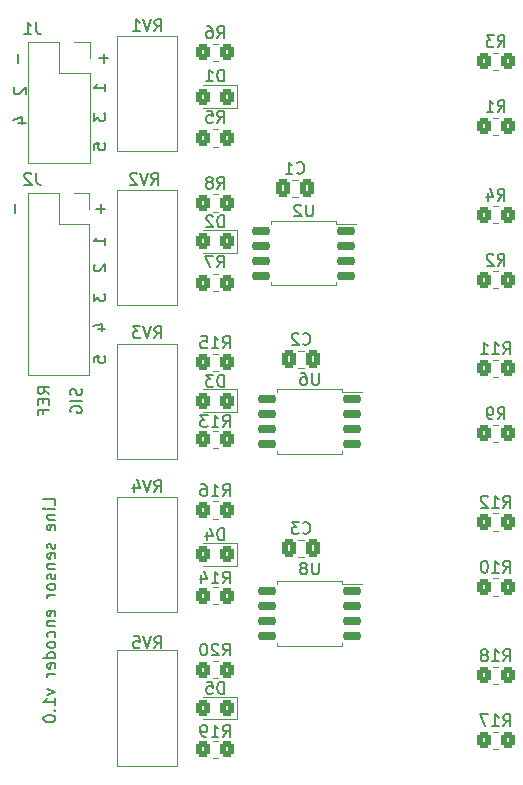
<source format=gbo>
G04 #@! TF.GenerationSoftware,KiCad,Pcbnew,(6.0.8)*
G04 #@! TF.CreationDate,2022-11-14T23:42:09+02:00*
G04 #@! TF.ProjectId,line_sensor_encoder,6c696e65-5f73-4656-9e73-6f725f656e63,rev?*
G04 #@! TF.SameCoordinates,Original*
G04 #@! TF.FileFunction,Legend,Bot*
G04 #@! TF.FilePolarity,Positive*
%FSLAX46Y46*%
G04 Gerber Fmt 4.6, Leading zero omitted, Abs format (unit mm)*
G04 Created by KiCad (PCBNEW (6.0.8)) date 2022-11-14 23:42:09*
%MOMM*%
%LPD*%
G01*
G04 APERTURE LIST*
G04 Aperture macros list*
%AMRoundRect*
0 Rectangle with rounded corners*
0 $1 Rounding radius*
0 $2 $3 $4 $5 $6 $7 $8 $9 X,Y pos of 4 corners*
0 Add a 4 corners polygon primitive as box body*
4,1,4,$2,$3,$4,$5,$6,$7,$8,$9,$2,$3,0*
0 Add four circle primitives for the rounded corners*
1,1,$1+$1,$2,$3*
1,1,$1+$1,$4,$5*
1,1,$1+$1,$6,$7*
1,1,$1+$1,$8,$9*
0 Add four rect primitives between the rounded corners*
20,1,$1+$1,$2,$3,$4,$5,0*
20,1,$1+$1,$4,$5,$6,$7,0*
20,1,$1+$1,$6,$7,$8,$9,0*
20,1,$1+$1,$8,$9,$2,$3,0*%
G04 Aperture macros list end*
%ADD10C,0.150000*%
%ADD11C,0.120000*%
%ADD12C,2.500000*%
%ADD13C,1.000000*%
%ADD14R,1.600000X1.600000*%
%ADD15C,1.600000*%
%ADD16RoundRect,0.150000X0.650000X0.150000X-0.650000X0.150000X-0.650000X-0.150000X0.650000X-0.150000X0*%
%ADD17RoundRect,0.250000X0.350000X0.450000X-0.350000X0.450000X-0.350000X-0.450000X0.350000X-0.450000X0*%
%ADD18RoundRect,0.250000X0.325000X0.450000X-0.325000X0.450000X-0.325000X-0.450000X0.325000X-0.450000X0*%
%ADD19RoundRect,0.250000X0.337500X0.475000X-0.337500X0.475000X-0.337500X-0.475000X0.337500X-0.475000X0*%
%ADD20C,1.440000*%
%ADD21C,3.200000*%
%ADD22RoundRect,0.250000X-0.350000X-0.450000X0.350000X-0.450000X0.350000X0.450000X-0.350000X0.450000X0*%
%ADD23R,1.700000X1.700000*%
%ADD24O,1.700000X1.700000*%
G04 APERTURE END LIST*
D10*
X123452380Y-112785714D02*
X123452380Y-112214285D01*
X123452380Y-112500000D02*
X122452380Y-112500000D01*
X122595238Y-112404761D01*
X122690476Y-112309523D01*
X122738095Y-112214285D01*
X122452380Y-101666666D02*
X122452380Y-102285714D01*
X122833333Y-101952380D01*
X122833333Y-102095238D01*
X122880952Y-102190476D01*
X122928571Y-102238095D01*
X123023809Y-102285714D01*
X123261904Y-102285714D01*
X123357142Y-102238095D01*
X123404761Y-102190476D01*
X123452380Y-102095238D01*
X123452380Y-101809523D01*
X123404761Y-101714285D01*
X123357142Y-101666666D01*
X121404761Y-124976190D02*
X121452380Y-125119047D01*
X121452380Y-125357142D01*
X121404761Y-125452380D01*
X121357142Y-125500000D01*
X121261904Y-125547619D01*
X121166666Y-125547619D01*
X121071428Y-125500000D01*
X121023809Y-125452380D01*
X120976190Y-125357142D01*
X120928571Y-125166666D01*
X120880952Y-125071428D01*
X120833333Y-125023809D01*
X120738095Y-124976190D01*
X120642857Y-124976190D01*
X120547619Y-125023809D01*
X120500000Y-125071428D01*
X120452380Y-125166666D01*
X120452380Y-125404761D01*
X120500000Y-125547619D01*
X121452380Y-125976190D02*
X120452380Y-125976190D01*
X120500000Y-126976190D02*
X120452380Y-126880952D01*
X120452380Y-126738095D01*
X120500000Y-126595238D01*
X120595238Y-126500000D01*
X120690476Y-126452380D01*
X120880952Y-126404761D01*
X121023809Y-126404761D01*
X121214285Y-126452380D01*
X121309523Y-126500000D01*
X121404761Y-126595238D01*
X121452380Y-126738095D01*
X121452380Y-126833333D01*
X121404761Y-126976190D01*
X121357142Y-127023809D01*
X121023809Y-127023809D01*
X121023809Y-126833333D01*
X122547619Y-114464285D02*
X122500000Y-114511904D01*
X122452380Y-114607142D01*
X122452380Y-114845238D01*
X122500000Y-114940476D01*
X122547619Y-114988095D01*
X122642857Y-115035714D01*
X122738095Y-115035714D01*
X122880952Y-114988095D01*
X123452380Y-114416666D01*
X123452380Y-115035714D01*
X116071428Y-96619047D02*
X116071428Y-97380952D01*
X122452380Y-104738095D02*
X122452380Y-104261904D01*
X122928571Y-104214285D01*
X122880952Y-104261904D01*
X122833333Y-104357142D01*
X122833333Y-104595238D01*
X122880952Y-104690476D01*
X122928571Y-104738095D01*
X123023809Y-104785714D01*
X123261904Y-104785714D01*
X123357142Y-104738095D01*
X123404761Y-104690476D01*
X123452380Y-104595238D01*
X123452380Y-104357142D01*
X123404761Y-104261904D01*
X123357142Y-104214285D01*
X123321428Y-96619047D02*
X123321428Y-97380952D01*
X123702380Y-97000000D02*
X122940476Y-97000000D01*
X122452380Y-122738095D02*
X122452380Y-122261904D01*
X122928571Y-122214285D01*
X122880952Y-122261904D01*
X122833333Y-122357142D01*
X122833333Y-122595238D01*
X122880952Y-122690476D01*
X122928571Y-122738095D01*
X123023809Y-122785714D01*
X123261904Y-122785714D01*
X123357142Y-122738095D01*
X123404761Y-122690476D01*
X123452380Y-122595238D01*
X123452380Y-122357142D01*
X123404761Y-122261904D01*
X123357142Y-122214285D01*
X116035714Y-102440476D02*
X116702380Y-102440476D01*
X115654761Y-102202380D02*
X116369047Y-101964285D01*
X116369047Y-102583333D01*
X115821428Y-109369047D02*
X115821428Y-110130952D01*
X119202380Y-134821428D02*
X119202380Y-134345238D01*
X118202380Y-134345238D01*
X119202380Y-135154761D02*
X118535714Y-135154761D01*
X118202380Y-135154761D02*
X118250000Y-135107142D01*
X118297619Y-135154761D01*
X118250000Y-135202380D01*
X118202380Y-135154761D01*
X118297619Y-135154761D01*
X118535714Y-135630952D02*
X119202380Y-135630952D01*
X118630952Y-135630952D02*
X118583333Y-135678571D01*
X118535714Y-135773809D01*
X118535714Y-135916666D01*
X118583333Y-136011904D01*
X118678571Y-136059523D01*
X119202380Y-136059523D01*
X119154761Y-136916666D02*
X119202380Y-136821428D01*
X119202380Y-136630952D01*
X119154761Y-136535714D01*
X119059523Y-136488095D01*
X118678571Y-136488095D01*
X118583333Y-136535714D01*
X118535714Y-136630952D01*
X118535714Y-136821428D01*
X118583333Y-136916666D01*
X118678571Y-136964285D01*
X118773809Y-136964285D01*
X118869047Y-136488095D01*
X119154761Y-138107142D02*
X119202380Y-138202380D01*
X119202380Y-138392857D01*
X119154761Y-138488095D01*
X119059523Y-138535714D01*
X119011904Y-138535714D01*
X118916666Y-138488095D01*
X118869047Y-138392857D01*
X118869047Y-138250000D01*
X118821428Y-138154761D01*
X118726190Y-138107142D01*
X118678571Y-138107142D01*
X118583333Y-138154761D01*
X118535714Y-138250000D01*
X118535714Y-138392857D01*
X118583333Y-138488095D01*
X119154761Y-139345238D02*
X119202380Y-139250000D01*
X119202380Y-139059523D01*
X119154761Y-138964285D01*
X119059523Y-138916666D01*
X118678571Y-138916666D01*
X118583333Y-138964285D01*
X118535714Y-139059523D01*
X118535714Y-139250000D01*
X118583333Y-139345238D01*
X118678571Y-139392857D01*
X118773809Y-139392857D01*
X118869047Y-138916666D01*
X118535714Y-139821428D02*
X119202380Y-139821428D01*
X118630952Y-139821428D02*
X118583333Y-139869047D01*
X118535714Y-139964285D01*
X118535714Y-140107142D01*
X118583333Y-140202380D01*
X118678571Y-140250000D01*
X119202380Y-140250000D01*
X119154761Y-140678571D02*
X119202380Y-140773809D01*
X119202380Y-140964285D01*
X119154761Y-141059523D01*
X119059523Y-141107142D01*
X119011904Y-141107142D01*
X118916666Y-141059523D01*
X118869047Y-140964285D01*
X118869047Y-140821428D01*
X118821428Y-140726190D01*
X118726190Y-140678571D01*
X118678571Y-140678571D01*
X118583333Y-140726190D01*
X118535714Y-140821428D01*
X118535714Y-140964285D01*
X118583333Y-141059523D01*
X119202380Y-141678571D02*
X119154761Y-141583333D01*
X119107142Y-141535714D01*
X119011904Y-141488095D01*
X118726190Y-141488095D01*
X118630952Y-141535714D01*
X118583333Y-141583333D01*
X118535714Y-141678571D01*
X118535714Y-141821428D01*
X118583333Y-141916666D01*
X118630952Y-141964285D01*
X118726190Y-142011904D01*
X119011904Y-142011904D01*
X119107142Y-141964285D01*
X119154761Y-141916666D01*
X119202380Y-141821428D01*
X119202380Y-141678571D01*
X119202380Y-142440476D02*
X118535714Y-142440476D01*
X118726190Y-142440476D02*
X118630952Y-142488095D01*
X118583333Y-142535714D01*
X118535714Y-142630952D01*
X118535714Y-142726190D01*
X119154761Y-144202380D02*
X119202380Y-144107142D01*
X119202380Y-143916666D01*
X119154761Y-143821428D01*
X119059523Y-143773809D01*
X118678571Y-143773809D01*
X118583333Y-143821428D01*
X118535714Y-143916666D01*
X118535714Y-144107142D01*
X118583333Y-144202380D01*
X118678571Y-144250000D01*
X118773809Y-144250000D01*
X118869047Y-143773809D01*
X118535714Y-144678571D02*
X119202380Y-144678571D01*
X118630952Y-144678571D02*
X118583333Y-144726190D01*
X118535714Y-144821428D01*
X118535714Y-144964285D01*
X118583333Y-145059523D01*
X118678571Y-145107142D01*
X119202380Y-145107142D01*
X119154761Y-146011904D02*
X119202380Y-145916666D01*
X119202380Y-145726190D01*
X119154761Y-145630952D01*
X119107142Y-145583333D01*
X119011904Y-145535714D01*
X118726190Y-145535714D01*
X118630952Y-145583333D01*
X118583333Y-145630952D01*
X118535714Y-145726190D01*
X118535714Y-145916666D01*
X118583333Y-146011904D01*
X119202380Y-146583333D02*
X119154761Y-146488095D01*
X119107142Y-146440476D01*
X119011904Y-146392857D01*
X118726190Y-146392857D01*
X118630952Y-146440476D01*
X118583333Y-146488095D01*
X118535714Y-146583333D01*
X118535714Y-146726190D01*
X118583333Y-146821428D01*
X118630952Y-146869047D01*
X118726190Y-146916666D01*
X119011904Y-146916666D01*
X119107142Y-146869047D01*
X119154761Y-146821428D01*
X119202380Y-146726190D01*
X119202380Y-146583333D01*
X119202380Y-147773809D02*
X118202380Y-147773809D01*
X119154761Y-147773809D02*
X119202380Y-147678571D01*
X119202380Y-147488095D01*
X119154761Y-147392857D01*
X119107142Y-147345238D01*
X119011904Y-147297619D01*
X118726190Y-147297619D01*
X118630952Y-147345238D01*
X118583333Y-147392857D01*
X118535714Y-147488095D01*
X118535714Y-147678571D01*
X118583333Y-147773809D01*
X119154761Y-148630952D02*
X119202380Y-148535714D01*
X119202380Y-148345238D01*
X119154761Y-148250000D01*
X119059523Y-148202380D01*
X118678571Y-148202380D01*
X118583333Y-148250000D01*
X118535714Y-148345238D01*
X118535714Y-148535714D01*
X118583333Y-148630952D01*
X118678571Y-148678571D01*
X118773809Y-148678571D01*
X118869047Y-148202380D01*
X119202380Y-149107142D02*
X118535714Y-149107142D01*
X118726190Y-149107142D02*
X118630952Y-149154761D01*
X118583333Y-149202380D01*
X118535714Y-149297619D01*
X118535714Y-149392857D01*
X118535714Y-150392857D02*
X119202380Y-150630952D01*
X118535714Y-150869047D01*
X119202380Y-151773809D02*
X119202380Y-151202380D01*
X119202380Y-151488095D02*
X118202380Y-151488095D01*
X118345238Y-151392857D01*
X118440476Y-151297619D01*
X118488095Y-151202380D01*
X119107142Y-152202380D02*
X119154761Y-152250000D01*
X119202380Y-152202380D01*
X119154761Y-152154761D01*
X119107142Y-152202380D01*
X119202380Y-152202380D01*
X118202380Y-152869047D02*
X118202380Y-152964285D01*
X118250000Y-153059523D01*
X118297619Y-153107142D01*
X118392857Y-153154761D01*
X118583333Y-153202380D01*
X118821428Y-153202380D01*
X119011904Y-153154761D01*
X119107142Y-153107142D01*
X119154761Y-153059523D01*
X119202380Y-152964285D01*
X119202380Y-152869047D01*
X119154761Y-152773809D01*
X119107142Y-152726190D01*
X119011904Y-152678571D01*
X118821428Y-152630952D01*
X118583333Y-152630952D01*
X118392857Y-152678571D01*
X118297619Y-152726190D01*
X118250000Y-152773809D01*
X118202380Y-152869047D01*
X115797619Y-99464285D02*
X115750000Y-99511904D01*
X115702380Y-99607142D01*
X115702380Y-99845238D01*
X115750000Y-99940476D01*
X115797619Y-99988095D01*
X115892857Y-100035714D01*
X115988095Y-100035714D01*
X116130952Y-99988095D01*
X116702380Y-99416666D01*
X116702380Y-100035714D01*
X123071428Y-109369047D02*
X123071428Y-110130952D01*
X123452380Y-109750000D02*
X122690476Y-109750000D01*
X122785714Y-119940476D02*
X123452380Y-119940476D01*
X122404761Y-119702380D02*
X123119047Y-119464285D01*
X123119047Y-120083333D01*
X122452380Y-116916666D02*
X122452380Y-117535714D01*
X122833333Y-117202380D01*
X122833333Y-117345238D01*
X122880952Y-117440476D01*
X122928571Y-117488095D01*
X123023809Y-117535714D01*
X123261904Y-117535714D01*
X123357142Y-117488095D01*
X123404761Y-117440476D01*
X123452380Y-117345238D01*
X123452380Y-117059523D01*
X123404761Y-116964285D01*
X123357142Y-116916666D01*
X123452380Y-99785714D02*
X123452380Y-99214285D01*
X123452380Y-99500000D02*
X122452380Y-99500000D01*
X122595238Y-99404761D01*
X122690476Y-99309523D01*
X122738095Y-99214285D01*
X118702380Y-125428571D02*
X118226190Y-125095238D01*
X118702380Y-124857142D02*
X117702380Y-124857142D01*
X117702380Y-125238095D01*
X117750000Y-125333333D01*
X117797619Y-125380952D01*
X117892857Y-125428571D01*
X118035714Y-125428571D01*
X118130952Y-125380952D01*
X118178571Y-125333333D01*
X118226190Y-125238095D01*
X118226190Y-124857142D01*
X118178571Y-125857142D02*
X118178571Y-126190476D01*
X118702380Y-126333333D02*
X118702380Y-125857142D01*
X117702380Y-125857142D01*
X117702380Y-126333333D01*
X118178571Y-127095238D02*
X118178571Y-126761904D01*
X118702380Y-126761904D02*
X117702380Y-126761904D01*
X117702380Y-127238095D01*
X141511904Y-139702380D02*
X141511904Y-140511904D01*
X141464285Y-140607142D01*
X141416666Y-140654761D01*
X141321428Y-140702380D01*
X141130952Y-140702380D01*
X141035714Y-140654761D01*
X140988095Y-140607142D01*
X140940476Y-140511904D01*
X140940476Y-139702380D01*
X140321428Y-140130952D02*
X140416666Y-140083333D01*
X140464285Y-140035714D01*
X140511904Y-139940476D01*
X140511904Y-139892857D01*
X140464285Y-139797619D01*
X140416666Y-139750000D01*
X140321428Y-139702380D01*
X140130952Y-139702380D01*
X140035714Y-139750000D01*
X139988095Y-139797619D01*
X139940476Y-139892857D01*
X139940476Y-139940476D01*
X139988095Y-140035714D01*
X140035714Y-140083333D01*
X140130952Y-140130952D01*
X140321428Y-140130952D01*
X140416666Y-140178571D01*
X140464285Y-140226190D01*
X140511904Y-140321428D01*
X140511904Y-140511904D01*
X140464285Y-140607142D01*
X140416666Y-140654761D01*
X140321428Y-140702380D01*
X140130952Y-140702380D01*
X140035714Y-140654761D01*
X139988095Y-140607142D01*
X139940476Y-140511904D01*
X139940476Y-140321428D01*
X139988095Y-140226190D01*
X140035714Y-140178571D01*
X140130952Y-140130952D01*
X157142857Y-122052380D02*
X157476190Y-121576190D01*
X157714285Y-122052380D02*
X157714285Y-121052380D01*
X157333333Y-121052380D01*
X157238095Y-121100000D01*
X157190476Y-121147619D01*
X157142857Y-121242857D01*
X157142857Y-121385714D01*
X157190476Y-121480952D01*
X157238095Y-121528571D01*
X157333333Y-121576190D01*
X157714285Y-121576190D01*
X156190476Y-122052380D02*
X156761904Y-122052380D01*
X156476190Y-122052380D02*
X156476190Y-121052380D01*
X156571428Y-121195238D01*
X156666666Y-121290476D01*
X156761904Y-121338095D01*
X155238095Y-122052380D02*
X155809523Y-122052380D01*
X155523809Y-122052380D02*
X155523809Y-121052380D01*
X155619047Y-121195238D01*
X155714285Y-121290476D01*
X155809523Y-121338095D01*
X157142857Y-148052380D02*
X157476190Y-147576190D01*
X157714285Y-148052380D02*
X157714285Y-147052380D01*
X157333333Y-147052380D01*
X157238095Y-147100000D01*
X157190476Y-147147619D01*
X157142857Y-147242857D01*
X157142857Y-147385714D01*
X157190476Y-147480952D01*
X157238095Y-147528571D01*
X157333333Y-147576190D01*
X157714285Y-147576190D01*
X156190476Y-148052380D02*
X156761904Y-148052380D01*
X156476190Y-148052380D02*
X156476190Y-147052380D01*
X156571428Y-147195238D01*
X156666666Y-147290476D01*
X156761904Y-147338095D01*
X155619047Y-147480952D02*
X155714285Y-147433333D01*
X155761904Y-147385714D01*
X155809523Y-147290476D01*
X155809523Y-147242857D01*
X155761904Y-147147619D01*
X155714285Y-147100000D01*
X155619047Y-147052380D01*
X155428571Y-147052380D01*
X155333333Y-147100000D01*
X155285714Y-147147619D01*
X155238095Y-147242857D01*
X155238095Y-147290476D01*
X155285714Y-147385714D01*
X155333333Y-147433333D01*
X155428571Y-147480952D01*
X155619047Y-147480952D01*
X155714285Y-147528571D01*
X155761904Y-147576190D01*
X155809523Y-147671428D01*
X155809523Y-147861904D01*
X155761904Y-147957142D01*
X155714285Y-148004761D01*
X155619047Y-148052380D01*
X155428571Y-148052380D01*
X155333333Y-148004761D01*
X155285714Y-147957142D01*
X155238095Y-147861904D01*
X155238095Y-147671428D01*
X155285714Y-147576190D01*
X155333333Y-147528571D01*
X155428571Y-147480952D01*
X133392857Y-147552380D02*
X133726190Y-147076190D01*
X133964285Y-147552380D02*
X133964285Y-146552380D01*
X133583333Y-146552380D01*
X133488095Y-146600000D01*
X133440476Y-146647619D01*
X133392857Y-146742857D01*
X133392857Y-146885714D01*
X133440476Y-146980952D01*
X133488095Y-147028571D01*
X133583333Y-147076190D01*
X133964285Y-147076190D01*
X133011904Y-146647619D02*
X132964285Y-146600000D01*
X132869047Y-146552380D01*
X132630952Y-146552380D01*
X132535714Y-146600000D01*
X132488095Y-146647619D01*
X132440476Y-146742857D01*
X132440476Y-146838095D01*
X132488095Y-146980952D01*
X133059523Y-147552380D01*
X132440476Y-147552380D01*
X131821428Y-146552380D02*
X131726190Y-146552380D01*
X131630952Y-146600000D01*
X131583333Y-146647619D01*
X131535714Y-146742857D01*
X131488095Y-146933333D01*
X131488095Y-147171428D01*
X131535714Y-147361904D01*
X131583333Y-147457142D01*
X131630952Y-147504761D01*
X131726190Y-147552380D01*
X131821428Y-147552380D01*
X131916666Y-147504761D01*
X131964285Y-147457142D01*
X132011904Y-147361904D01*
X132059523Y-147171428D01*
X132059523Y-146933333D01*
X132011904Y-146742857D01*
X131964285Y-146647619D01*
X131916666Y-146600000D01*
X131821428Y-146552380D01*
X156666666Y-109052380D02*
X157000000Y-108576190D01*
X157238095Y-109052380D02*
X157238095Y-108052380D01*
X156857142Y-108052380D01*
X156761904Y-108100000D01*
X156714285Y-108147619D01*
X156666666Y-108242857D01*
X156666666Y-108385714D01*
X156714285Y-108480952D01*
X156761904Y-108528571D01*
X156857142Y-108576190D01*
X157238095Y-108576190D01*
X155809523Y-108385714D02*
X155809523Y-109052380D01*
X156047619Y-108004761D02*
X156285714Y-108719047D01*
X155666666Y-108719047D01*
X133488095Y-124802380D02*
X133488095Y-123802380D01*
X133250000Y-123802380D01*
X133107142Y-123850000D01*
X133011904Y-123945238D01*
X132964285Y-124040476D01*
X132916666Y-124230952D01*
X132916666Y-124373809D01*
X132964285Y-124564285D01*
X133011904Y-124659523D01*
X133107142Y-124754761D01*
X133250000Y-124802380D01*
X133488095Y-124802380D01*
X132583333Y-123802380D02*
X131964285Y-123802380D01*
X132297619Y-124183333D01*
X132154761Y-124183333D01*
X132059523Y-124230952D01*
X132011904Y-124278571D01*
X131964285Y-124373809D01*
X131964285Y-124611904D01*
X132011904Y-124707142D01*
X132059523Y-124754761D01*
X132154761Y-124802380D01*
X132440476Y-124802380D01*
X132535714Y-124754761D01*
X132583333Y-124707142D01*
X140166666Y-121177142D02*
X140214285Y-121224761D01*
X140357142Y-121272380D01*
X140452380Y-121272380D01*
X140595238Y-121224761D01*
X140690476Y-121129523D01*
X140738095Y-121034285D01*
X140785714Y-120843809D01*
X140785714Y-120700952D01*
X140738095Y-120510476D01*
X140690476Y-120415238D01*
X140595238Y-120320000D01*
X140452380Y-120272380D01*
X140357142Y-120272380D01*
X140214285Y-120320000D01*
X140166666Y-120367619D01*
X139785714Y-120367619D02*
X139738095Y-120320000D01*
X139642857Y-120272380D01*
X139404761Y-120272380D01*
X139309523Y-120320000D01*
X139261904Y-120367619D01*
X139214285Y-120462857D01*
X139214285Y-120558095D01*
X139261904Y-120700952D01*
X139833333Y-121272380D01*
X139214285Y-121272380D01*
X127595238Y-133702380D02*
X127928571Y-133226190D01*
X128166666Y-133702380D02*
X128166666Y-132702380D01*
X127785714Y-132702380D01*
X127690476Y-132750000D01*
X127642857Y-132797619D01*
X127595238Y-132892857D01*
X127595238Y-133035714D01*
X127642857Y-133130952D01*
X127690476Y-133178571D01*
X127785714Y-133226190D01*
X128166666Y-133226190D01*
X127309523Y-132702380D02*
X126976190Y-133702380D01*
X126642857Y-132702380D01*
X125880952Y-133035714D02*
X125880952Y-133702380D01*
X126119047Y-132654761D02*
X126357142Y-133369047D01*
X125738095Y-133369047D01*
X140166666Y-137177142D02*
X140214285Y-137224761D01*
X140357142Y-137272380D01*
X140452380Y-137272380D01*
X140595238Y-137224761D01*
X140690476Y-137129523D01*
X140738095Y-137034285D01*
X140785714Y-136843809D01*
X140785714Y-136700952D01*
X140738095Y-136510476D01*
X140690476Y-136415238D01*
X140595238Y-136320000D01*
X140452380Y-136272380D01*
X140357142Y-136272380D01*
X140214285Y-136320000D01*
X140166666Y-136367619D01*
X139833333Y-136272380D02*
X139214285Y-136272380D01*
X139547619Y-136653333D01*
X139404761Y-136653333D01*
X139309523Y-136700952D01*
X139261904Y-136748571D01*
X139214285Y-136843809D01*
X139214285Y-137081904D01*
X139261904Y-137177142D01*
X139309523Y-137224761D01*
X139404761Y-137272380D01*
X139690476Y-137272380D01*
X139785714Y-137224761D01*
X139833333Y-137177142D01*
X141011904Y-109392380D02*
X141011904Y-110201904D01*
X140964285Y-110297142D01*
X140916666Y-110344761D01*
X140821428Y-110392380D01*
X140630952Y-110392380D01*
X140535714Y-110344761D01*
X140488095Y-110297142D01*
X140440476Y-110201904D01*
X140440476Y-109392380D01*
X140011904Y-109487619D02*
X139964285Y-109440000D01*
X139869047Y-109392380D01*
X139630952Y-109392380D01*
X139535714Y-109440000D01*
X139488095Y-109487619D01*
X139440476Y-109582857D01*
X139440476Y-109678095D01*
X139488095Y-109820952D01*
X140059523Y-110392380D01*
X139440476Y-110392380D01*
X132916666Y-95302380D02*
X133250000Y-94826190D01*
X133488095Y-95302380D02*
X133488095Y-94302380D01*
X133107142Y-94302380D01*
X133011904Y-94350000D01*
X132964285Y-94397619D01*
X132916666Y-94492857D01*
X132916666Y-94635714D01*
X132964285Y-94730952D01*
X133011904Y-94778571D01*
X133107142Y-94826190D01*
X133488095Y-94826190D01*
X132059523Y-94302380D02*
X132250000Y-94302380D01*
X132345238Y-94350000D01*
X132392857Y-94397619D01*
X132488095Y-94540476D01*
X132535714Y-94730952D01*
X132535714Y-95111904D01*
X132488095Y-95207142D01*
X132440476Y-95254761D01*
X132345238Y-95302380D01*
X132154761Y-95302380D01*
X132059523Y-95254761D01*
X132011904Y-95207142D01*
X131964285Y-95111904D01*
X131964285Y-94873809D01*
X132011904Y-94778571D01*
X132059523Y-94730952D01*
X132154761Y-94683333D01*
X132345238Y-94683333D01*
X132440476Y-94730952D01*
X132488095Y-94778571D01*
X132535714Y-94873809D01*
X133392857Y-134052380D02*
X133726190Y-133576190D01*
X133964285Y-134052380D02*
X133964285Y-133052380D01*
X133583333Y-133052380D01*
X133488095Y-133100000D01*
X133440476Y-133147619D01*
X133392857Y-133242857D01*
X133392857Y-133385714D01*
X133440476Y-133480952D01*
X133488095Y-133528571D01*
X133583333Y-133576190D01*
X133964285Y-133576190D01*
X132440476Y-134052380D02*
X133011904Y-134052380D01*
X132726190Y-134052380D02*
X132726190Y-133052380D01*
X132821428Y-133195238D01*
X132916666Y-133290476D01*
X133011904Y-133338095D01*
X131583333Y-133052380D02*
X131773809Y-133052380D01*
X131869047Y-133100000D01*
X131916666Y-133147619D01*
X132011904Y-133290476D01*
X132059523Y-133480952D01*
X132059523Y-133861904D01*
X132011904Y-133957142D01*
X131964285Y-134004761D01*
X131869047Y-134052380D01*
X131678571Y-134052380D01*
X131583333Y-134004761D01*
X131535714Y-133957142D01*
X131488095Y-133861904D01*
X131488095Y-133623809D01*
X131535714Y-133528571D01*
X131583333Y-133480952D01*
X131678571Y-133433333D01*
X131869047Y-133433333D01*
X131964285Y-133480952D01*
X132011904Y-133528571D01*
X132059523Y-133623809D01*
X127595238Y-120702380D02*
X127928571Y-120226190D01*
X128166666Y-120702380D02*
X128166666Y-119702380D01*
X127785714Y-119702380D01*
X127690476Y-119750000D01*
X127642857Y-119797619D01*
X127595238Y-119892857D01*
X127595238Y-120035714D01*
X127642857Y-120130952D01*
X127690476Y-120178571D01*
X127785714Y-120226190D01*
X128166666Y-120226190D01*
X127309523Y-119702380D02*
X126976190Y-120702380D01*
X126642857Y-119702380D01*
X126404761Y-119702380D02*
X125785714Y-119702380D01*
X126119047Y-120083333D01*
X125976190Y-120083333D01*
X125880952Y-120130952D01*
X125833333Y-120178571D01*
X125785714Y-120273809D01*
X125785714Y-120511904D01*
X125833333Y-120607142D01*
X125880952Y-120654761D01*
X125976190Y-120702380D01*
X126261904Y-120702380D01*
X126357142Y-120654761D01*
X126404761Y-120607142D01*
X127595238Y-94702380D02*
X127928571Y-94226190D01*
X128166666Y-94702380D02*
X128166666Y-93702380D01*
X127785714Y-93702380D01*
X127690476Y-93750000D01*
X127642857Y-93797619D01*
X127595238Y-93892857D01*
X127595238Y-94035714D01*
X127642857Y-94130952D01*
X127690476Y-94178571D01*
X127785714Y-94226190D01*
X128166666Y-94226190D01*
X127309523Y-93702380D02*
X126976190Y-94702380D01*
X126642857Y-93702380D01*
X125785714Y-94702380D02*
X126357142Y-94702380D01*
X126071428Y-94702380D02*
X126071428Y-93702380D01*
X126166666Y-93845238D01*
X126261904Y-93940476D01*
X126357142Y-93988095D01*
X133488095Y-98952380D02*
X133488095Y-97952380D01*
X133250000Y-97952380D01*
X133107142Y-98000000D01*
X133011904Y-98095238D01*
X132964285Y-98190476D01*
X132916666Y-98380952D01*
X132916666Y-98523809D01*
X132964285Y-98714285D01*
X133011904Y-98809523D01*
X133107142Y-98904761D01*
X133250000Y-98952380D01*
X133488095Y-98952380D01*
X131964285Y-98952380D02*
X132535714Y-98952380D01*
X132250000Y-98952380D02*
X132250000Y-97952380D01*
X132345238Y-98095238D01*
X132440476Y-98190476D01*
X132535714Y-98238095D01*
X157142857Y-153552380D02*
X157476190Y-153076190D01*
X157714285Y-153552380D02*
X157714285Y-152552380D01*
X157333333Y-152552380D01*
X157238095Y-152600000D01*
X157190476Y-152647619D01*
X157142857Y-152742857D01*
X157142857Y-152885714D01*
X157190476Y-152980952D01*
X157238095Y-153028571D01*
X157333333Y-153076190D01*
X157714285Y-153076190D01*
X156190476Y-153552380D02*
X156761904Y-153552380D01*
X156476190Y-153552380D02*
X156476190Y-152552380D01*
X156571428Y-152695238D01*
X156666666Y-152790476D01*
X156761904Y-152838095D01*
X155857142Y-152552380D02*
X155190476Y-152552380D01*
X155619047Y-153552380D01*
X157142857Y-140552380D02*
X157476190Y-140076190D01*
X157714285Y-140552380D02*
X157714285Y-139552380D01*
X157333333Y-139552380D01*
X157238095Y-139600000D01*
X157190476Y-139647619D01*
X157142857Y-139742857D01*
X157142857Y-139885714D01*
X157190476Y-139980952D01*
X157238095Y-140028571D01*
X157333333Y-140076190D01*
X157714285Y-140076190D01*
X156190476Y-140552380D02*
X156761904Y-140552380D01*
X156476190Y-140552380D02*
X156476190Y-139552380D01*
X156571428Y-139695238D01*
X156666666Y-139790476D01*
X156761904Y-139838095D01*
X155571428Y-139552380D02*
X155476190Y-139552380D01*
X155380952Y-139600000D01*
X155333333Y-139647619D01*
X155285714Y-139742857D01*
X155238095Y-139933333D01*
X155238095Y-140171428D01*
X155285714Y-140361904D01*
X155333333Y-140457142D01*
X155380952Y-140504761D01*
X155476190Y-140552380D01*
X155571428Y-140552380D01*
X155666666Y-140504761D01*
X155714285Y-140457142D01*
X155761904Y-140361904D01*
X155809523Y-140171428D01*
X155809523Y-139933333D01*
X155761904Y-139742857D01*
X155714285Y-139647619D01*
X155666666Y-139600000D01*
X155571428Y-139552380D01*
X156666666Y-114552380D02*
X157000000Y-114076190D01*
X157238095Y-114552380D02*
X157238095Y-113552380D01*
X156857142Y-113552380D01*
X156761904Y-113600000D01*
X156714285Y-113647619D01*
X156666666Y-113742857D01*
X156666666Y-113885714D01*
X156714285Y-113980952D01*
X156761904Y-114028571D01*
X156857142Y-114076190D01*
X157238095Y-114076190D01*
X156285714Y-113647619D02*
X156238095Y-113600000D01*
X156142857Y-113552380D01*
X155904761Y-113552380D01*
X155809523Y-113600000D01*
X155761904Y-113647619D01*
X155714285Y-113742857D01*
X155714285Y-113838095D01*
X155761904Y-113980952D01*
X156333333Y-114552380D01*
X155714285Y-114552380D01*
X133392857Y-121552380D02*
X133726190Y-121076190D01*
X133964285Y-121552380D02*
X133964285Y-120552380D01*
X133583333Y-120552380D01*
X133488095Y-120600000D01*
X133440476Y-120647619D01*
X133392857Y-120742857D01*
X133392857Y-120885714D01*
X133440476Y-120980952D01*
X133488095Y-121028571D01*
X133583333Y-121076190D01*
X133964285Y-121076190D01*
X132440476Y-121552380D02*
X133011904Y-121552380D01*
X132726190Y-121552380D02*
X132726190Y-120552380D01*
X132821428Y-120695238D01*
X132916666Y-120790476D01*
X133011904Y-120838095D01*
X131535714Y-120552380D02*
X132011904Y-120552380D01*
X132059523Y-121028571D01*
X132011904Y-120980952D01*
X131916666Y-120933333D01*
X131678571Y-120933333D01*
X131583333Y-120980952D01*
X131535714Y-121028571D01*
X131488095Y-121123809D01*
X131488095Y-121361904D01*
X131535714Y-121457142D01*
X131583333Y-121504761D01*
X131678571Y-121552380D01*
X131916666Y-121552380D01*
X132011904Y-121504761D01*
X132059523Y-121457142D01*
X133392857Y-128202380D02*
X133726190Y-127726190D01*
X133964285Y-128202380D02*
X133964285Y-127202380D01*
X133583333Y-127202380D01*
X133488095Y-127250000D01*
X133440476Y-127297619D01*
X133392857Y-127392857D01*
X133392857Y-127535714D01*
X133440476Y-127630952D01*
X133488095Y-127678571D01*
X133583333Y-127726190D01*
X133964285Y-127726190D01*
X132440476Y-128202380D02*
X133011904Y-128202380D01*
X132726190Y-128202380D02*
X132726190Y-127202380D01*
X132821428Y-127345238D01*
X132916666Y-127440476D01*
X133011904Y-127488095D01*
X132107142Y-127202380D02*
X131488095Y-127202380D01*
X131821428Y-127583333D01*
X131678571Y-127583333D01*
X131583333Y-127630952D01*
X131535714Y-127678571D01*
X131488095Y-127773809D01*
X131488095Y-128011904D01*
X131535714Y-128107142D01*
X131583333Y-128154761D01*
X131678571Y-128202380D01*
X131964285Y-128202380D01*
X132059523Y-128154761D01*
X132107142Y-128107142D01*
X127345238Y-107702380D02*
X127678571Y-107226190D01*
X127916666Y-107702380D02*
X127916666Y-106702380D01*
X127535714Y-106702380D01*
X127440476Y-106750000D01*
X127392857Y-106797619D01*
X127345238Y-106892857D01*
X127345238Y-107035714D01*
X127392857Y-107130952D01*
X127440476Y-107178571D01*
X127535714Y-107226190D01*
X127916666Y-107226190D01*
X127059523Y-106702380D02*
X126726190Y-107702380D01*
X126392857Y-106702380D01*
X126107142Y-106797619D02*
X126059523Y-106750000D01*
X125964285Y-106702380D01*
X125726190Y-106702380D01*
X125630952Y-106750000D01*
X125583333Y-106797619D01*
X125535714Y-106892857D01*
X125535714Y-106988095D01*
X125583333Y-107130952D01*
X126154761Y-107702380D01*
X125535714Y-107702380D01*
X133488095Y-137802380D02*
X133488095Y-136802380D01*
X133250000Y-136802380D01*
X133107142Y-136850000D01*
X133011904Y-136945238D01*
X132964285Y-137040476D01*
X132916666Y-137230952D01*
X132916666Y-137373809D01*
X132964285Y-137564285D01*
X133011904Y-137659523D01*
X133107142Y-137754761D01*
X133250000Y-137802380D01*
X133488095Y-137802380D01*
X132059523Y-137135714D02*
X132059523Y-137802380D01*
X132297619Y-136754761D02*
X132535714Y-137469047D01*
X131916666Y-137469047D01*
X141511904Y-123642380D02*
X141511904Y-124451904D01*
X141464285Y-124547142D01*
X141416666Y-124594761D01*
X141321428Y-124642380D01*
X141130952Y-124642380D01*
X141035714Y-124594761D01*
X140988095Y-124547142D01*
X140940476Y-124451904D01*
X140940476Y-123642380D01*
X140035714Y-123642380D02*
X140226190Y-123642380D01*
X140321428Y-123690000D01*
X140369047Y-123737619D01*
X140464285Y-123880476D01*
X140511904Y-124070952D01*
X140511904Y-124451904D01*
X140464285Y-124547142D01*
X140416666Y-124594761D01*
X140321428Y-124642380D01*
X140130952Y-124642380D01*
X140035714Y-124594761D01*
X139988095Y-124547142D01*
X139940476Y-124451904D01*
X139940476Y-124213809D01*
X139988095Y-124118571D01*
X140035714Y-124070952D01*
X140130952Y-124023333D01*
X140321428Y-124023333D01*
X140416666Y-124070952D01*
X140464285Y-124118571D01*
X140511904Y-124213809D01*
X132916666Y-108052380D02*
X133250000Y-107576190D01*
X133488095Y-108052380D02*
X133488095Y-107052380D01*
X133107142Y-107052380D01*
X133011904Y-107100000D01*
X132964285Y-107147619D01*
X132916666Y-107242857D01*
X132916666Y-107385714D01*
X132964285Y-107480952D01*
X133011904Y-107528571D01*
X133107142Y-107576190D01*
X133488095Y-107576190D01*
X132345238Y-107480952D02*
X132440476Y-107433333D01*
X132488095Y-107385714D01*
X132535714Y-107290476D01*
X132535714Y-107242857D01*
X132488095Y-107147619D01*
X132440476Y-107100000D01*
X132345238Y-107052380D01*
X132154761Y-107052380D01*
X132059523Y-107100000D01*
X132011904Y-107147619D01*
X131964285Y-107242857D01*
X131964285Y-107290476D01*
X132011904Y-107385714D01*
X132059523Y-107433333D01*
X132154761Y-107480952D01*
X132345238Y-107480952D01*
X132440476Y-107528571D01*
X132488095Y-107576190D01*
X132535714Y-107671428D01*
X132535714Y-107861904D01*
X132488095Y-107957142D01*
X132440476Y-108004761D01*
X132345238Y-108052380D01*
X132154761Y-108052380D01*
X132059523Y-108004761D01*
X132011904Y-107957142D01*
X131964285Y-107861904D01*
X131964285Y-107671428D01*
X132011904Y-107576190D01*
X132059523Y-107528571D01*
X132154761Y-107480952D01*
X117583333Y-93952380D02*
X117583333Y-94666666D01*
X117630952Y-94809523D01*
X117726190Y-94904761D01*
X117869047Y-94952380D01*
X117964285Y-94952380D01*
X116583333Y-94952380D02*
X117154761Y-94952380D01*
X116869047Y-94952380D02*
X116869047Y-93952380D01*
X116964285Y-94095238D01*
X117059523Y-94190476D01*
X117154761Y-94238095D01*
X139666666Y-106677142D02*
X139714285Y-106724761D01*
X139857142Y-106772380D01*
X139952380Y-106772380D01*
X140095238Y-106724761D01*
X140190476Y-106629523D01*
X140238095Y-106534285D01*
X140285714Y-106343809D01*
X140285714Y-106200952D01*
X140238095Y-106010476D01*
X140190476Y-105915238D01*
X140095238Y-105820000D01*
X139952380Y-105772380D01*
X139857142Y-105772380D01*
X139714285Y-105820000D01*
X139666666Y-105867619D01*
X138714285Y-106772380D02*
X139285714Y-106772380D01*
X139000000Y-106772380D02*
X139000000Y-105772380D01*
X139095238Y-105915238D01*
X139190476Y-106010476D01*
X139285714Y-106058095D01*
X132916666Y-114702380D02*
X133250000Y-114226190D01*
X133488095Y-114702380D02*
X133488095Y-113702380D01*
X133107142Y-113702380D01*
X133011904Y-113750000D01*
X132964285Y-113797619D01*
X132916666Y-113892857D01*
X132916666Y-114035714D01*
X132964285Y-114130952D01*
X133011904Y-114178571D01*
X133107142Y-114226190D01*
X133488095Y-114226190D01*
X132583333Y-113702380D02*
X131916666Y-113702380D01*
X132345238Y-114702380D01*
X156666666Y-127552380D02*
X157000000Y-127076190D01*
X157238095Y-127552380D02*
X157238095Y-126552380D01*
X156857142Y-126552380D01*
X156761904Y-126600000D01*
X156714285Y-126647619D01*
X156666666Y-126742857D01*
X156666666Y-126885714D01*
X156714285Y-126980952D01*
X156761904Y-127028571D01*
X156857142Y-127076190D01*
X157238095Y-127076190D01*
X156190476Y-127552380D02*
X156000000Y-127552380D01*
X155904761Y-127504761D01*
X155857142Y-127457142D01*
X155761904Y-127314285D01*
X155714285Y-127123809D01*
X155714285Y-126742857D01*
X155761904Y-126647619D01*
X155809523Y-126600000D01*
X155904761Y-126552380D01*
X156095238Y-126552380D01*
X156190476Y-126600000D01*
X156238095Y-126647619D01*
X156285714Y-126742857D01*
X156285714Y-126980952D01*
X156238095Y-127076190D01*
X156190476Y-127123809D01*
X156095238Y-127171428D01*
X155904761Y-127171428D01*
X155809523Y-127123809D01*
X155761904Y-127076190D01*
X155714285Y-126980952D01*
X133488095Y-111302380D02*
X133488095Y-110302380D01*
X133250000Y-110302380D01*
X133107142Y-110350000D01*
X133011904Y-110445238D01*
X132964285Y-110540476D01*
X132916666Y-110730952D01*
X132916666Y-110873809D01*
X132964285Y-111064285D01*
X133011904Y-111159523D01*
X133107142Y-111254761D01*
X133250000Y-111302380D01*
X133488095Y-111302380D01*
X132535714Y-110397619D02*
X132488095Y-110350000D01*
X132392857Y-110302380D01*
X132154761Y-110302380D01*
X132059523Y-110350000D01*
X132011904Y-110397619D01*
X131964285Y-110492857D01*
X131964285Y-110588095D01*
X132011904Y-110730952D01*
X132583333Y-111302380D01*
X131964285Y-111302380D01*
X132916666Y-102452380D02*
X133250000Y-101976190D01*
X133488095Y-102452380D02*
X133488095Y-101452380D01*
X133107142Y-101452380D01*
X133011904Y-101500000D01*
X132964285Y-101547619D01*
X132916666Y-101642857D01*
X132916666Y-101785714D01*
X132964285Y-101880952D01*
X133011904Y-101928571D01*
X133107142Y-101976190D01*
X133488095Y-101976190D01*
X132011904Y-101452380D02*
X132488095Y-101452380D01*
X132535714Y-101928571D01*
X132488095Y-101880952D01*
X132392857Y-101833333D01*
X132154761Y-101833333D01*
X132059523Y-101880952D01*
X132011904Y-101928571D01*
X131964285Y-102023809D01*
X131964285Y-102261904D01*
X132011904Y-102357142D01*
X132059523Y-102404761D01*
X132154761Y-102452380D01*
X132392857Y-102452380D01*
X132488095Y-102404761D01*
X132535714Y-102357142D01*
X157142857Y-135052380D02*
X157476190Y-134576190D01*
X157714285Y-135052380D02*
X157714285Y-134052380D01*
X157333333Y-134052380D01*
X157238095Y-134100000D01*
X157190476Y-134147619D01*
X157142857Y-134242857D01*
X157142857Y-134385714D01*
X157190476Y-134480952D01*
X157238095Y-134528571D01*
X157333333Y-134576190D01*
X157714285Y-134576190D01*
X156190476Y-135052380D02*
X156761904Y-135052380D01*
X156476190Y-135052380D02*
X156476190Y-134052380D01*
X156571428Y-134195238D01*
X156666666Y-134290476D01*
X156761904Y-134338095D01*
X155809523Y-134147619D02*
X155761904Y-134100000D01*
X155666666Y-134052380D01*
X155428571Y-134052380D01*
X155333333Y-134100000D01*
X155285714Y-134147619D01*
X155238095Y-134242857D01*
X155238095Y-134338095D01*
X155285714Y-134480952D01*
X155857142Y-135052380D01*
X155238095Y-135052380D01*
X117583333Y-106702380D02*
X117583333Y-107416666D01*
X117630952Y-107559523D01*
X117726190Y-107654761D01*
X117869047Y-107702380D01*
X117964285Y-107702380D01*
X117154761Y-106797619D02*
X117107142Y-106750000D01*
X117011904Y-106702380D01*
X116773809Y-106702380D01*
X116678571Y-106750000D01*
X116630952Y-106797619D01*
X116583333Y-106892857D01*
X116583333Y-106988095D01*
X116630952Y-107130952D01*
X117202380Y-107702380D01*
X116583333Y-107702380D01*
X133488095Y-150802380D02*
X133488095Y-149802380D01*
X133250000Y-149802380D01*
X133107142Y-149850000D01*
X133011904Y-149945238D01*
X132964285Y-150040476D01*
X132916666Y-150230952D01*
X132916666Y-150373809D01*
X132964285Y-150564285D01*
X133011904Y-150659523D01*
X133107142Y-150754761D01*
X133250000Y-150802380D01*
X133488095Y-150802380D01*
X132011904Y-149802380D02*
X132488095Y-149802380D01*
X132535714Y-150278571D01*
X132488095Y-150230952D01*
X132392857Y-150183333D01*
X132154761Y-150183333D01*
X132059523Y-150230952D01*
X132011904Y-150278571D01*
X131964285Y-150373809D01*
X131964285Y-150611904D01*
X132011904Y-150707142D01*
X132059523Y-150754761D01*
X132154761Y-150802380D01*
X132392857Y-150802380D01*
X132488095Y-150754761D01*
X132535714Y-150707142D01*
X133392857Y-154452380D02*
X133726190Y-153976190D01*
X133964285Y-154452380D02*
X133964285Y-153452380D01*
X133583333Y-153452380D01*
X133488095Y-153500000D01*
X133440476Y-153547619D01*
X133392857Y-153642857D01*
X133392857Y-153785714D01*
X133440476Y-153880952D01*
X133488095Y-153928571D01*
X133583333Y-153976190D01*
X133964285Y-153976190D01*
X132440476Y-154452380D02*
X133011904Y-154452380D01*
X132726190Y-154452380D02*
X132726190Y-153452380D01*
X132821428Y-153595238D01*
X132916666Y-153690476D01*
X133011904Y-153738095D01*
X131964285Y-154452380D02*
X131773809Y-154452380D01*
X131678571Y-154404761D01*
X131630952Y-154357142D01*
X131535714Y-154214285D01*
X131488095Y-154023809D01*
X131488095Y-153642857D01*
X131535714Y-153547619D01*
X131583333Y-153500000D01*
X131678571Y-153452380D01*
X131869047Y-153452380D01*
X131964285Y-153500000D01*
X132011904Y-153547619D01*
X132059523Y-153642857D01*
X132059523Y-153880952D01*
X132011904Y-153976190D01*
X131964285Y-154023809D01*
X131869047Y-154071428D01*
X131678571Y-154071428D01*
X131583333Y-154023809D01*
X131535714Y-153976190D01*
X131488095Y-153880952D01*
X156666666Y-101552380D02*
X157000000Y-101076190D01*
X157238095Y-101552380D02*
X157238095Y-100552380D01*
X156857142Y-100552380D01*
X156761904Y-100600000D01*
X156714285Y-100647619D01*
X156666666Y-100742857D01*
X156666666Y-100885714D01*
X156714285Y-100980952D01*
X156761904Y-101028571D01*
X156857142Y-101076190D01*
X157238095Y-101076190D01*
X155714285Y-101552380D02*
X156285714Y-101552380D01*
X156000000Y-101552380D02*
X156000000Y-100552380D01*
X156095238Y-100695238D01*
X156190476Y-100790476D01*
X156285714Y-100838095D01*
X127595238Y-146952380D02*
X127928571Y-146476190D01*
X128166666Y-146952380D02*
X128166666Y-145952380D01*
X127785714Y-145952380D01*
X127690476Y-146000000D01*
X127642857Y-146047619D01*
X127595238Y-146142857D01*
X127595238Y-146285714D01*
X127642857Y-146380952D01*
X127690476Y-146428571D01*
X127785714Y-146476190D01*
X128166666Y-146476190D01*
X127309523Y-145952380D02*
X126976190Y-146952380D01*
X126642857Y-145952380D01*
X125833333Y-145952380D02*
X126309523Y-145952380D01*
X126357142Y-146428571D01*
X126309523Y-146380952D01*
X126214285Y-146333333D01*
X125976190Y-146333333D01*
X125880952Y-146380952D01*
X125833333Y-146428571D01*
X125785714Y-146523809D01*
X125785714Y-146761904D01*
X125833333Y-146857142D01*
X125880952Y-146904761D01*
X125976190Y-146952380D01*
X126214285Y-146952380D01*
X126309523Y-146904761D01*
X126357142Y-146857142D01*
X133392857Y-141452380D02*
X133726190Y-140976190D01*
X133964285Y-141452380D02*
X133964285Y-140452380D01*
X133583333Y-140452380D01*
X133488095Y-140500000D01*
X133440476Y-140547619D01*
X133392857Y-140642857D01*
X133392857Y-140785714D01*
X133440476Y-140880952D01*
X133488095Y-140928571D01*
X133583333Y-140976190D01*
X133964285Y-140976190D01*
X132440476Y-141452380D02*
X133011904Y-141452380D01*
X132726190Y-141452380D02*
X132726190Y-140452380D01*
X132821428Y-140595238D01*
X132916666Y-140690476D01*
X133011904Y-140738095D01*
X131583333Y-140785714D02*
X131583333Y-141452380D01*
X131821428Y-140404761D02*
X132059523Y-141119047D01*
X131440476Y-141119047D01*
X156666666Y-96052380D02*
X157000000Y-95576190D01*
X157238095Y-96052380D02*
X157238095Y-95052380D01*
X156857142Y-95052380D01*
X156761904Y-95100000D01*
X156714285Y-95147619D01*
X156666666Y-95242857D01*
X156666666Y-95385714D01*
X156714285Y-95480952D01*
X156761904Y-95528571D01*
X156857142Y-95576190D01*
X157238095Y-95576190D01*
X156333333Y-95052380D02*
X155714285Y-95052380D01*
X156047619Y-95433333D01*
X155904761Y-95433333D01*
X155809523Y-95480952D01*
X155761904Y-95528571D01*
X155714285Y-95623809D01*
X155714285Y-95861904D01*
X155761904Y-95957142D01*
X155809523Y-96004761D01*
X155904761Y-96052380D01*
X156190476Y-96052380D01*
X156285714Y-96004761D01*
X156333333Y-95957142D01*
D11*
X143500000Y-141275000D02*
X143500000Y-141535000D01*
X138000000Y-146725000D02*
X138000000Y-146465000D01*
X143500000Y-141535000D02*
X145150000Y-141535000D01*
X138000000Y-141275000D02*
X138000000Y-141535000D01*
X140750000Y-141275000D02*
X143500000Y-141275000D01*
X140750000Y-141275000D02*
X138000000Y-141275000D01*
X140750000Y-146725000D02*
X143500000Y-146725000D01*
X143500000Y-146725000D02*
X143500000Y-146465000D01*
X140750000Y-146725000D02*
X138000000Y-146725000D01*
X156727064Y-123985000D02*
X156272936Y-123985000D01*
X156727064Y-122515000D02*
X156272936Y-122515000D01*
X156727064Y-148515000D02*
X156272936Y-148515000D01*
X156727064Y-149985000D02*
X156272936Y-149985000D01*
X132977064Y-148015000D02*
X132522936Y-148015000D01*
X132977064Y-149485000D02*
X132522936Y-149485000D01*
X156727064Y-109515000D02*
X156272936Y-109515000D01*
X156727064Y-110985000D02*
X156272936Y-110985000D01*
X131750000Y-125040000D02*
X134610000Y-125040000D01*
X134610000Y-125040000D02*
X134610000Y-126960000D01*
X134610000Y-126960000D02*
X131750000Y-126960000D01*
X140261252Y-121765000D02*
X139738748Y-121765000D01*
X140261252Y-123235000D02*
X139738748Y-123235000D01*
X129530000Y-143885000D02*
X129530000Y-134115000D01*
X129530000Y-134115000D02*
X124460000Y-134115000D01*
X124460000Y-143885000D02*
X124460000Y-134115000D01*
X129530000Y-143885000D02*
X124460000Y-143885000D01*
X140261252Y-139235000D02*
X139738748Y-139235000D01*
X140261252Y-137765000D02*
X139738748Y-137765000D01*
X143000000Y-110775000D02*
X143000000Y-111035000D01*
X140250000Y-116225000D02*
X143000000Y-116225000D01*
X140250000Y-110775000D02*
X143000000Y-110775000D01*
X143000000Y-116225000D02*
X143000000Y-115965000D01*
X140250000Y-110775000D02*
X137500000Y-110775000D01*
X137500000Y-110775000D02*
X137500000Y-111035000D01*
X137500000Y-116225000D02*
X137500000Y-115965000D01*
X143000000Y-111035000D02*
X144650000Y-111035000D01*
X140250000Y-116225000D02*
X137500000Y-116225000D01*
X132977064Y-97235000D02*
X132522936Y-97235000D01*
X132977064Y-95765000D02*
X132522936Y-95765000D01*
X132977064Y-135985000D02*
X132522936Y-135985000D01*
X132977064Y-134515000D02*
X132522936Y-134515000D01*
X129530000Y-130925000D02*
X129530000Y-121155000D01*
X129530000Y-130925000D02*
X124460000Y-130925000D01*
X129530000Y-121155000D02*
X124460000Y-121155000D01*
X124460000Y-130925000D02*
X124460000Y-121155000D01*
X129530000Y-104885000D02*
X129530000Y-95115000D01*
X124460000Y-104885000D02*
X124460000Y-95115000D01*
X129530000Y-104885000D02*
X124460000Y-104885000D01*
X129530000Y-95115000D02*
X124460000Y-95115000D01*
X131750000Y-99290000D02*
X134610000Y-99290000D01*
X134610000Y-99290000D02*
X134610000Y-101210000D01*
X134610000Y-101210000D02*
X131750000Y-101210000D01*
X156727064Y-155485000D02*
X156272936Y-155485000D01*
X156727064Y-154015000D02*
X156272936Y-154015000D01*
X156727064Y-141015000D02*
X156272936Y-141015000D01*
X156727064Y-142485000D02*
X156272936Y-142485000D01*
X156727064Y-116485000D02*
X156272936Y-116485000D01*
X156727064Y-115015000D02*
X156272936Y-115015000D01*
X132977064Y-122015000D02*
X132522936Y-122015000D01*
X132977064Y-123485000D02*
X132522936Y-123485000D01*
X132522936Y-129985000D02*
X132977064Y-129985000D01*
X132522936Y-128515000D02*
X132977064Y-128515000D01*
X129530000Y-117885000D02*
X124460000Y-117885000D01*
X129530000Y-108115000D02*
X124460000Y-108115000D01*
X129530000Y-117885000D02*
X129530000Y-108115000D01*
X124460000Y-117885000D02*
X124460000Y-108115000D01*
X134610000Y-138040000D02*
X134610000Y-139960000D01*
X134610000Y-139960000D02*
X131750000Y-139960000D01*
X131750000Y-138040000D02*
X134610000Y-138040000D01*
X143500000Y-130475000D02*
X143500000Y-130215000D01*
X143500000Y-125025000D02*
X143500000Y-125285000D01*
X138000000Y-130475000D02*
X138000000Y-130215000D01*
X140750000Y-130475000D02*
X143500000Y-130475000D01*
X140750000Y-125025000D02*
X138000000Y-125025000D01*
X140750000Y-125025000D02*
X143500000Y-125025000D01*
X143500000Y-125285000D02*
X145150000Y-125285000D01*
X140750000Y-130475000D02*
X138000000Y-130475000D01*
X138000000Y-125025000D02*
X138000000Y-125285000D01*
X132977064Y-109985000D02*
X132522936Y-109985000D01*
X132977064Y-108515000D02*
X132522936Y-108515000D01*
X119505000Y-98220000D02*
X119505000Y-95620000D01*
X122105000Y-105900000D02*
X116905000Y-105900000D01*
X122105000Y-96950000D02*
X122105000Y-95620000D01*
X119505000Y-95620000D02*
X116905000Y-95620000D01*
X122105000Y-98220000D02*
X119505000Y-98220000D01*
X116905000Y-95620000D02*
X116905000Y-105900000D01*
X122105000Y-95620000D02*
X120775000Y-95620000D01*
X122105000Y-98220000D02*
X122105000Y-105900000D01*
X139761252Y-108735000D02*
X139238748Y-108735000D01*
X139761252Y-107265000D02*
X139238748Y-107265000D01*
X132522936Y-115265000D02*
X132977064Y-115265000D01*
X132522936Y-116735000D02*
X132977064Y-116735000D01*
X156727064Y-129485000D02*
X156272936Y-129485000D01*
X156727064Y-128015000D02*
X156272936Y-128015000D01*
X134610000Y-111540000D02*
X134610000Y-113460000D01*
X131750000Y-111540000D02*
X134610000Y-111540000D01*
X134610000Y-113460000D02*
X131750000Y-113460000D01*
X132522936Y-103015000D02*
X132977064Y-103015000D01*
X132522936Y-104485000D02*
X132977064Y-104485000D01*
X156727064Y-135515000D02*
X156272936Y-135515000D01*
X156727064Y-136985000D02*
X156272936Y-136985000D01*
X119480000Y-111020000D02*
X119480000Y-108420000D01*
X122080000Y-111020000D02*
X119480000Y-111020000D01*
X119480000Y-108420000D02*
X116880000Y-108420000D01*
X122080000Y-108420000D02*
X120750000Y-108420000D01*
X116880000Y-108420000D02*
X116880000Y-123780000D01*
X122080000Y-111020000D02*
X122080000Y-123780000D01*
X122080000Y-109750000D02*
X122080000Y-108420000D01*
X122080000Y-123780000D02*
X116880000Y-123780000D01*
X134610000Y-151040000D02*
X134610000Y-152960000D01*
X134610000Y-152960000D02*
X131750000Y-152960000D01*
X131750000Y-151040000D02*
X134610000Y-151040000D01*
X132522936Y-154765000D02*
X132977064Y-154765000D01*
X132522936Y-156235000D02*
X132977064Y-156235000D01*
X156727064Y-103485000D02*
X156272936Y-103485000D01*
X156727064Y-102015000D02*
X156272936Y-102015000D01*
X129530000Y-156885000D02*
X129530000Y-147115000D01*
X129530000Y-156885000D02*
X124460000Y-156885000D01*
X124460000Y-156885000D02*
X124460000Y-147115000D01*
X129530000Y-147115000D02*
X124460000Y-147115000D01*
X132522936Y-141765000D02*
X132977064Y-141765000D01*
X132522936Y-143235000D02*
X132977064Y-143235000D01*
X156727064Y-97985000D02*
X156272936Y-97985000D01*
X156727064Y-96515000D02*
X156272936Y-96515000D01*
%LPC*%
D12*
X148100000Y-152000000D03*
X151900000Y-152000000D03*
D13*
X147550000Y-147350000D03*
D14*
X151270000Y-149250000D03*
D15*
X148730000Y-149250000D03*
X148730000Y-154750000D03*
X151270000Y-154750000D03*
D13*
X147550000Y-121350000D03*
D12*
X151900000Y-126000000D03*
X148100000Y-126000000D03*
D14*
X151270000Y-123250000D03*
D15*
X148730000Y-123250000D03*
X148730000Y-128750000D03*
X151270000Y-128750000D03*
D12*
X148100000Y-139000000D03*
X151900000Y-139000000D03*
D13*
X147550000Y-134350000D03*
D14*
X151270000Y-136250000D03*
D15*
X148730000Y-136250000D03*
X148730000Y-141750000D03*
X151270000Y-141750000D03*
D12*
X151900000Y-113000000D03*
D13*
X147550000Y-108350000D03*
D12*
X148100000Y-113000000D03*
D14*
X151270000Y-110250000D03*
D15*
X148730000Y-110250000D03*
X148730000Y-115750000D03*
X151270000Y-115750000D03*
D13*
X147550000Y-95350000D03*
D12*
X148100000Y-100000000D03*
X151900000Y-100000000D03*
D14*
X151270000Y-97250000D03*
D15*
X148730000Y-97250000D03*
X148730000Y-102750000D03*
X151270000Y-102750000D03*
D16*
X144350000Y-142095000D03*
X144350000Y-143365000D03*
X144350000Y-144635000D03*
X144350000Y-145905000D03*
X137150000Y-145905000D03*
X137150000Y-144635000D03*
X137150000Y-143365000D03*
X137150000Y-142095000D03*
D17*
X157500000Y-123250000D03*
X155500000Y-123250000D03*
X157500000Y-149250000D03*
X155500000Y-149250000D03*
X133750000Y-148750000D03*
X131750000Y-148750000D03*
X157500000Y-110250000D03*
X155500000Y-110250000D03*
D18*
X133775000Y-126000000D03*
X131725000Y-126000000D03*
D19*
X141037500Y-122500000D03*
X138962500Y-122500000D03*
D20*
X127000000Y-136460000D03*
X127000000Y-139000000D03*
X127000000Y-141540000D03*
D19*
X141037500Y-138500000D03*
X138962500Y-138500000D03*
D16*
X143850000Y-111595000D03*
X143850000Y-112865000D03*
X143850000Y-114135000D03*
X143850000Y-115405000D03*
X136650000Y-115405000D03*
X136650000Y-114135000D03*
X136650000Y-112865000D03*
X136650000Y-111595000D03*
D17*
X133750000Y-96500000D03*
X131750000Y-96500000D03*
X133750000Y-135250000D03*
X131750000Y-135250000D03*
D20*
X127000000Y-123500000D03*
X127000000Y-126040000D03*
X127000000Y-128580000D03*
D21*
X140000000Y-152000000D03*
D20*
X127000000Y-97460000D03*
X127000000Y-100000000D03*
X127000000Y-102540000D03*
D18*
X133775000Y-100250000D03*
X131725000Y-100250000D03*
D17*
X157500000Y-154750000D03*
X155500000Y-154750000D03*
X157500000Y-141750000D03*
X155500000Y-141750000D03*
X157500000Y-115750000D03*
X155500000Y-115750000D03*
X133750000Y-122750000D03*
X131750000Y-122750000D03*
D22*
X131750000Y-129250000D03*
X133750000Y-129250000D03*
D20*
X127000000Y-110460000D03*
X127000000Y-113000000D03*
X127000000Y-115540000D03*
D18*
X133775000Y-139000000D03*
X131725000Y-139000000D03*
D21*
X140000000Y-100000000D03*
D16*
X144350000Y-125845000D03*
X144350000Y-127115000D03*
X144350000Y-128385000D03*
X144350000Y-129655000D03*
X137150000Y-129655000D03*
X137150000Y-128385000D03*
X137150000Y-127115000D03*
X137150000Y-125845000D03*
D17*
X133750000Y-109250000D03*
X131750000Y-109250000D03*
D23*
X120775000Y-96950000D03*
D24*
X118235000Y-96950000D03*
X120775000Y-99490000D03*
X118235000Y-99490000D03*
X120775000Y-102030000D03*
X118235000Y-102030000D03*
X120775000Y-104570000D03*
X118235000Y-104570000D03*
D19*
X140537500Y-108000000D03*
X138462500Y-108000000D03*
D22*
X131750000Y-116000000D03*
X133750000Y-116000000D03*
D17*
X157500000Y-128750000D03*
X155500000Y-128750000D03*
D18*
X133775000Y-112500000D03*
X131725000Y-112500000D03*
D22*
X131750000Y-103750000D03*
X133750000Y-103750000D03*
D17*
X157500000Y-136250000D03*
X155500000Y-136250000D03*
D23*
X120750000Y-109750000D03*
D24*
X118210000Y-109750000D03*
X120750000Y-112290000D03*
X118210000Y-112290000D03*
X120750000Y-114830000D03*
X118210000Y-114830000D03*
X120750000Y-117370000D03*
X118210000Y-117370000D03*
X120750000Y-119910000D03*
X118210000Y-119910000D03*
X120750000Y-122450000D03*
X118210000Y-122450000D03*
D18*
X133775000Y-152000000D03*
X131725000Y-152000000D03*
D22*
X131750000Y-155500000D03*
X133750000Y-155500000D03*
D17*
X157500000Y-102750000D03*
X155500000Y-102750000D03*
D20*
X127000000Y-149460000D03*
X127000000Y-152000000D03*
X127000000Y-154540000D03*
D22*
X131750000Y-142500000D03*
X133750000Y-142500000D03*
D17*
X157500000Y-97250000D03*
X155500000Y-97250000D03*
M02*

</source>
